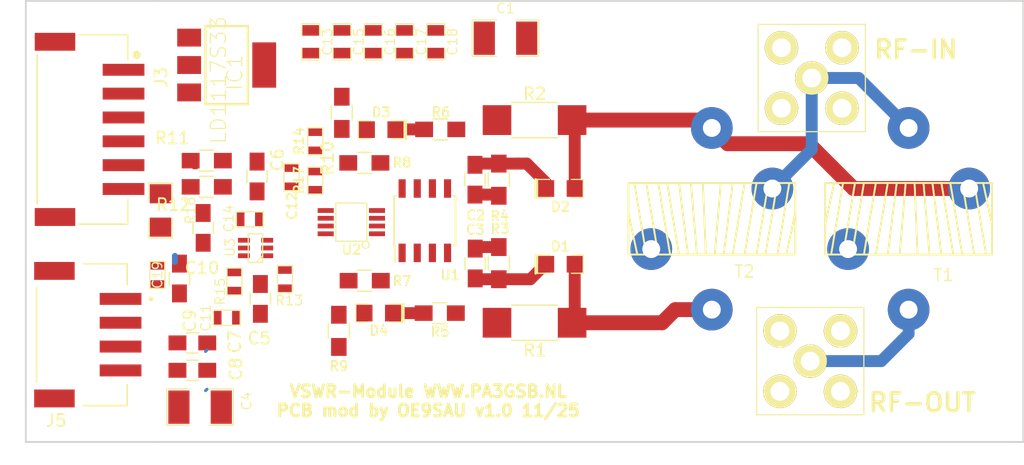
<source format=kicad_pcb>
(kicad_pcb (version 20241229) (generator "pcbnew") (generator_version "9.0")
  (layers (0 "F.Cu" signal) (2 "B.Cu" signal) (13 "F.Paste" user) (15 "B.Paste" user) (5 "F.SilkS" user "F.Silkscreen") (7 "B.SilkS" user "B.Silkscreen") (1 "F.Mask" user) (3 "B.Mask" user) (25 "Edge.Cuts" user))
  (net 0 "")
  (net 1 "Net-(D1-K)")
  (net 2 "GND")
  (net 3 "Net-(D2-K)")
  (net 4 "+12V")
  (net 5 "+3V3")
  (net 6 "+3.3V")
  (net 7 "Vipa")
  (net 8 "Vtemp")
  (net 9 "+VPA")
  (net 10 "Net-(U2-AIN0)")
  (net 11 "Net-(U2-AIN3)")
  (net 12 "Net-(D1-A)")
  (net 13 "Net-(D2-A)")
  (net 14 "SDA")
  (net 15 "SCL")
  (net 16 "Net-(D3-K)")
  (net 17 "Net-(D3-A)")
  (net 18 "Net-(D4-A)")
  (net 19 "Net-(D4-K)")
  (net 20 "Net-(J1-In)")
  (net 21 "Net-(J2-In)")
  (net 23 "Net-(U3-IN-)")
  (net 24 "CURIN")
  (net 25 "Net-(C13-Pad2)")
  (net 26 "Net-(J4-Pad2)")
  (net 27 "Net-(U3-OUT)")
  (footprint "HERMESLITE:SMD-1210" (layer "F.Cu") (at 121.542 65.35)
    (property "Reference" "C1" (at 0 -2.5 0) (layer "F.SilkS") (effects (font (size 0.8 0.8) (thickness 0.1))))
    (property "Value" "100uF" (hide yes))
    (pad "1" smd rect (at -1.778 0) (size 1.778 2.794) (layers "F.Cu" "F.Mask" "F.Paste") (net 5 "+3V3"))
    (pad "2" smd rect (at 1.778 0) (size 1.778 2.794) (layers "F.Cu" "F.Mask" "F.Paste") (net 2 "GND"))
  )
  (footprint "Capacitors_SMD:C_0805_HandSoldering" (layer "F.Cu") (at 118.98 77.22 90)
    (property "Reference" "C2" (at -2.99 0.07 180) (layer "F.SilkS") (effects (font (size 0.8 0.8))))
    (property "Value" "10nF")
    (pad "1" smd rect (at -1.25 0 90) (size 1.5 1.25) (layers "F.Cu" "F.Mask" "F.Paste") (net 5 "+3V3"))
    (pad "2" smd rect (at 1.25 0 90) (size 1.5 1.25) (layers "F.Cu" "F.Mask" "F.Paste") (net 2 "GND"))
  )
  (footprint "Capacitors_SMD:C_0805_HandSoldering" (layer "F.Cu") (at 119 84.25 90)
    (property "Reference" "C3" (at 2.83 0.01 180) (layer "F.SilkS") (effects (font (size 0.8 0.8))))
    (property "Value" "100nF")
    (pad "1" smd rect (at -1.25 0 90) (size 1.5 1.25) (layers "F.Cu" "F.Mask" "F.Paste") (net 5 "+3V3"))
    (pad "2" smd rect (at 1.25 0 90) (size 1.5 1.25) (layers "F.Cu" "F.Mask" "F.Paste") (net 2 "GND"))
  )
  (footprint "HERMESLITE:SMD-1210" (layer "F.Cu") (at 95.922 96.3 180)
    (property "Reference" "C4" (at -3.9 0.51 90) (layer "F.SilkS") (effects (font (size 0.8 0.8) (thickness 0.1))))
    (property "Value" "100nF" (hide yes))
    (pad "1" smd rect (at -1.778 0 180) (size 1.778 2.794) (layers "F.Cu" "F.Mask" "F.Paste") (net 1 "Net-(D1-K)"))
    (pad "2" smd rect (at 1.778 0 180) (size 1.778 2.794) (layers "F.Cu" "F.Mask" "F.Paste") (net 2 "GND"))
  )
  (footprint "Capacitors_SMD:C_0805_HandSoldering" (layer "F.Cu") (at 100.98 87.22 -90)
    (property "Reference" "C5" (at 3.3 0.1 0) (layer "F.SilkS"))
    (property "Value" "100nF")
    (pad "1" smd rect (at -1.25 0 270) (size 1.5 1.25) (layers "F.Cu" "F.Mask" "F.Paste") (net 2 "GND"))
    (pad "2" smd rect (at 1.25 0 270) (size 1.5 1.25) (layers "F.Cu" "F.Mask" "F.Paste") (net 3 "Net-(D2-K)"))
  )
  (footprint "Capacitors_SMD:C_0805_HandSoldering" (layer "F.Cu") (at 100.7 76.95 -90)
    (property "Reference" "C6" (at -1.4 -1.7 90) (layer "F.SilkS"))
    (property "Value" "100nF")
    (pad "1" smd rect (at -1.25 0 270) (size 1.5 1.25) (layers "F.Cu" "F.Mask" "F.Paste") (net 4 "+12V"))
    (pad "2" smd rect (at 1.25 0 270) (size 1.5 1.25) (layers "F.Cu" "F.Mask" "F.Paste") (net 2 "GND"))
  )
  (footprint "Capacitors_SMD:C_0805_HandSoldering" (layer "F.Cu") (at 95.272 90.91 180)
    (property "Reference" "C7" (at -3.55 0.1 90) (layer "F.SilkS"))
    (property "Value" "100nF")
    (pad "1" smd rect (at -1.25 0 180) (size 1.5 1.25) (layers "F.Cu" "F.Mask" "F.Paste") (net 2 "GND"))
    (pad "2" smd rect (at 1.25 0 180) (size 1.5 1.25) (layers "F.Cu" "F.Mask" "F.Paste") (net 4 "+12V"))
  )
  (footprint "Capacitors_SMD:C_0805_HandSoldering" (layer "F.Cu") (at 95.272 93.21 180)
    (property "Reference" "C8" (at -3.65 0.1 90) (layer "F.SilkS"))
    (property "Value" "10nF")
    (pad "1" smd rect (at -1.25 0 180) (size 1.5 1.25) (layers "F.Cu" "F.Mask" "F.Paste") (net 10 "Net-(U2-AIN0)"))
    (pad "2" smd rect (at 1.25 0 180) (size 1.5 1.25) (layers "F.Cu" "F.Mask" "F.Paste") (net 2 "GND"))
  )
  (footprint "Capacitors_SMD:C_0805_HandSoldering" (layer "F.Cu") (at 94.19 85.51 90)
    (property "Reference" "C9" (at -3.55 0.87 90) (layer "F.SilkS"))
    (property "Value" "10nF")
    (pad "1" smd rect (at -1.25 0 90) (size 1.5 1.25) (layers "F.Cu" "F.Mask" "F.Paste") (net 2 "GND"))
    (pad "2" smd rect (at 1.25 0 90) (size 1.5 1.25) (layers "F.Cu" "F.Mask" "F.Paste") (net 11 "Net-(U2-AIN3)"))
  )
  (footprint "Capacitors_SMD:C_0805_HandSoldering" (layer "F.Cu") (at 96.178 81.262 90)
    (property "Reference" "C10" (at -3.358 -0.098 0) (layer "F.SilkS"))
    (property "Value" "100nF")
    (pad "1" smd rect (at -1.25 0 90) (size 1.5 1.25) (layers "F.Cu" "F.Mask" "F.Paste") (net 2 "GND"))
    (pad "2" smd rect (at 1.25 0 90) (size 1.5 1.25) (layers "F.Cu" "F.Mask" "F.Paste") (net 5 "+3V3"))
  )
  (footprint "HERMESLITE:1N5711WS" (layer "F.Cu") (at 126.15 84.31 180)
    (property "Reference" "D1" (at 0 1.49 0) (layer "F.SilkS") (effects (font (size 0.8 0.8) (thickness 0.15) (bold yes))))
    (property "Value" "1N5711" (hide yes))
    (pad "1" smd rect (at -1.2 0 180) (size 1.35 1.397) (layers "F.Cu" "F.Mask" "F.Paste") (net 12 "Net-(D1-A)"))
    (pad "2" smd rect (at 1.2 0 180) (size 1.35 1.397) (layers "F.Cu" "F.Mask" "F.Paste") (net 1 "Net-(D1-K)"))
  )
  (footprint "HERMESLITE:1N5711WS" (layer "F.Cu") (at 126.15 77.96 180)
    (property "Reference" "D2" (at 0 -1.53 0) (layer "F.SilkS") (effects (font (size 0.8 0.8) (thickness 0.15) (bold yes))))
    (property "Value" "1N5711" (hide yes))
    (pad "1" smd rect (at -1.2 0 180) (size 1.35 1.397) (layers "F.Cu" "F.Mask" "F.Paste") (net 13 "Net-(D2-A)"))
    (pad "2" smd rect (at 1.2 0 180) (size 1.35 1.397) (layers "F.Cu" "F.Mask" "F.Paste") (net 3 "Net-(D2-K)"))
  )
  (footprint "HERMESLITE:1N5711WS" (layer "F.Cu") (at 111.11 73.02)
    (property "Reference" "D3" (at 0 -1.45 0) (layer "F.SilkS") (effects (font (size 0.8 0.8) (thickness 0.15) (bold yes))))
    (property "Value" "1N5711" (hide yes))
    (pad "1" smd rect (at -1.2 0) (size 1.35 1.397) (layers "F.Cu" "F.Mask" "F.Paste") (net 17 "Net-(D3-A)"))
    (pad "2" smd rect (at 1.2 0) (size 1.35 1.397) (layers "F.Cu" "F.Mask" "F.Paste") (net 16 "Net-(D3-K)"))
  )
  (footprint "HERMESLITE:1N5711WS" (layer "F.Cu") (at 110.91 88.41)
    (property "Reference" "D4" (at 0.01 1.47 0) (layer "F.SilkS") (effects (font (size 0.8 0.8) (thickness 0.15) (bold yes))))
    (property "Value" "1N5711" (hide yes))
    (pad "1" smd rect (at -1.2 0) (size 1.35 1.397) (layers "F.Cu" "F.Mask" "F.Paste") (net 18 "Net-(D4-A)"))
    (pad "2" smd rect (at 1.2 0) (size 1.35 1.397) (layers "F.Cu" "F.Mask" "F.Paste") (net 19 "Net-(D4-K)"))
  )
  (footprint "HERMESLITE:SMAVERT" (layer "F.Cu") (at 147.105 92.438 -90)
    (property "Reference" "J1" (hide yes))
    (property "Value" "DNI")
    (pad "1" thru_hole circle (at 0 0 270) (size 2.8 2.8) (drill 1.57) (layers "*.Cu" "*.Mask" "F.SilkS") (net 20 "Net-(J1-In)"))
    (pad "2" thru_hole circle (at -2.54 -2.54 270) (size 2.8 2.8) (drill 1.57) (layers "*.Cu" "*.Mask" "F.SilkS") (net 2 "GND"))
    (pad "2" thru_hole circle (at -2.54 2.54 270) (size 2.8 2.8) (drill 1.57) (layers "*.Cu" "*.Mask" "F.SilkS") (net 2 "GND"))
    (pad "2" thru_hole circle (at 2.54 -2.54 270) (size 2.8 2.8) (drill 1.57) (layers "*.Cu" "*.Mask" "F.SilkS") (net 2 "GND"))
    (pad "2" thru_hole circle (at 2.54 2.54 270) (size 2.8 2.8) (drill 1.57) (layers "*.Cu" "*.Mask" "F.SilkS") (net 2 "GND"))
  )
  (footprint "HERMESLITE:SMAVERT" (layer "F.Cu") (at 147.232 68.689 180)
    (property "Reference" "J2" (hide yes))
    (property "Value" "DNI")
    (pad "1" thru_hole circle (at 0 0 180) (size 2.8 2.8) (drill 1.57) (layers "*.Cu" "*.Mask" "F.SilkS") (net 21 "Net-(J2-In)"))
    (pad "2" thru_hole circle (at -2.54 -2.54 180) (size 2.8 2.8) (drill 1.57) (layers "*.Cu" "*.Mask" "F.SilkS") (net 2 "GND"))
    (pad "2" thru_hole circle (at -2.54 2.54 180) (size 2.8 2.8) (drill 1.57) (layers "*.Cu" "*.Mask" "F.SilkS") (net 2 "GND"))
    (pad "2" thru_hole circle (at 2.54 -2.54 180) (size 2.8 2.8) (drill 1.57) (layers "*.Cu" "*.Mask" "F.SilkS") (net 2 "GND"))
    (pad "2" thru_hole circle (at 2.54 2.54 180) (size 2.8 2.8) (drill 1.57) (layers "*.Cu" "*.Mask" "F.SilkS") (net 2 "GND"))
  )
  (footprint "Resistors_SMD:R_2010_HandSoldering" (layer "F.Cu") (at 123.98 89.22)
    (property "Reference" "R1" (at 0.04 2.3 0) (layer "F.SilkS"))
    (property "Value" "51.1")
    (pad "1" smd rect (at -3.15 0) (size 2.4 2.5) (layers "F.Cu" "F.Mask" "F.Paste") (net 2 "GND"))
    (pad "2" smd rect (at 3.15 0) (size 2.4 2.5) (layers "F.Cu" "F.Mask" "F.Paste") (net 12 "Net-(D1-A)"))
  )
  (footprint "Resistors_SMD:R_2010_HandSoldering" (layer "F.Cu") (at 123.98 72.22 180)
    (property "Reference" "R2" (at -0.01 2.21 0) (layer "F.SilkS"))
    (property "Value" "51.1")
    (pad "1" smd rect (at -3.15 0 180) (size 2.4 2.5) (layers "F.Cu" "F.Mask" "F.Paste") (net 13 "Net-(D2-A)"))
    (pad "2" smd rect (at 3.15 0 180) (size 2.4 2.5) (layers "F.Cu" "F.Mask" "F.Paste") (net 2 "GND"))
  )
  (footprint "Resistors_SMD:R_0805_HandSoldering" (layer "F.Cu") (at 120.98 84.22 90)
    (property "Reference" "R3" (at 2.88 0.1 0) (layer "F.SilkS") (effects (font (size 0.8 0.8))))
    (property "Value" "100K")
    (pad "1" smd rect (at -1.35 0 90) (size 1.5 1.3) (layers "F.Cu" "F.Mask" "F.Paste") (net 1 "Net-(D1-K)"))
    (pad "2" smd rect (at 1.35 0 90) (size 1.5 1.3) (layers "F.Cu" "F.Mask" "F.Paste") (net 2 "GND"))
  )
  (footprint "Resistors_SMD:R_0805_HandSoldering" (layer "F.Cu") (at 120.98 77.22 90)
    (property "Reference" "R4" (at -3.04 0.08 0) (layer "F.SilkS") (effects (font (size 0.8 0.8))))
    (property "Value" "100K")
    (pad "1" smd rect (at -1.35 0 90) (size 1.5 1.3) (layers "F.Cu" "F.Mask" "F.Paste") (net 2 "GND"))
    (pad "2" smd rect (at 1.35 0 90) (size 1.5 1.3) (layers "F.Cu" "F.Mask" "F.Paste") (net 3 "Net-(D2-K)"))
  )
  (footprint "Resistors_SMD:R_0805_HandSoldering" (layer "F.Cu") (at 116.025 88.413 180)
    (property "Reference" "R5" (at -0.025 -1.557 0) (layer "F.SilkS") (effects (font (size 0.8 0.8))))
    (property "Value" "220K")
    (pad "1" smd rect (at -1.35 0 180) (size 1.5 1.3) (layers "F.Cu" "F.Mask" "F.Paste") (net 2 "GND"))
    (pad "2" smd rect (at 1.35 0 180) (size 1.5 1.3) (layers "F.Cu" "F.Mask" "F.Paste") (net 19 "Net-(D4-K)"))
  )
  (footprint "Resistors_SMD:R_0805_HandSoldering" (layer "F.Cu") (at 116.065 73 180)
    (property "Reference" "R6" (at -0.055 1.43 0) (layer "F.SilkS") (effects (font (size 0.8 0.8))))
    (property "Value" "220K")
    (pad "1" smd rect (at -1.35 0 180) (size 1.5 1.3) (layers "F.Cu" "F.Mask" "F.Paste") (net 2 "GND"))
    (pad "2" smd rect (at 1.35 0 180) (size 1.5 1.3) (layers "F.Cu" "F.Mask" "F.Paste") (net 16 "Net-(D3-K)"))
  )
  (footprint "Resistors_SMD:R_0805_HandSoldering" (layer "F.Cu") (at 109.73 85.69)
    (property "Reference" "R7" (at 3.13 0.03 180) (layer "F.SilkS") (effects (font (size 0.8 0.8))))
    (property "Value" "1K")
    (pad "1" smd rect (at -1.35 0) (size 1.5 1.3) (layers "F.Cu" "F.Mask" "F.Paste") (net 10 "Net-(U2-AIN0)"))
    (pad "2" smd rect (at 1.35 0) (size 1.5 1.3) (layers "F.Cu" "F.Mask" "F.Paste") (net 18 "Net-(D4-A)"))
  )
  (footprint "Resistors_SMD:R_0805_HandSoldering" (layer "F.Cu") (at 109.7 75.81)
    (property "Reference" "R8" (at 3.16 -0.03 0) (layer "F.SilkS") (effects (font (size 0.8 0.8))))
    (property "Value" "1K")
    (pad "1" smd rect (at -1.35 0) (size 1.5 1.3) (layers "F.Cu" "F.Mask" "F.Paste") (net 11 "Net-(U2-AIN3)"))
    (pad "2" smd rect (at 1.35 0) (size 1.5 1.3) (layers "F.Cu" "F.Mask" "F.Paste") (net 17 "Net-(D3-A)"))
  )
  (footprint "Resistors_SMD:R_0805_HandSoldering" (layer "F.Cu") (at 107.56 89.9 -90)
    (property "Reference" "R9" (at 2.96 0 0) (layer "F.SilkS") (effects (font (size 0.8 0.8))))
    (property "Value" "1K8")
    (pad "1" smd rect (at -1.35 0 270) (size 1.5 1.3) (layers "F.Cu" "F.Mask" "F.Paste") (net 10 "Net-(U2-AIN0)"))
    (pad "2" smd rect (at 1.35 0 270) (size 1.5 1.3) (layers "F.Cu" "F.Mask" "F.Paste") (net 2 "GND"))
  )
  (footprint "Resistors_SMD:R_0805_HandSoldering" (layer "F.Cu") (at 107.81 71.61 90)
    (property "Reference" "R10" (at -3.8 -1.2 90) (layer "F.SilkS"))
    (property "Value" "1K8")
    (pad "1" smd rect (at -1.35 0 90) (size 1.5 1.3) (layers "F.Cu" "F.Mask" "F.Paste") (net 2 "GND"))
    (pad "2" smd rect (at 1.35 0 90) (size 1.5 1.3) (layers "F.Cu" "F.Mask" "F.Paste") (net 11 "Net-(U2-AIN3)"))
  )
  (footprint "Resistors_SMD:R_0805_HandSoldering" (layer "F.Cu") (at 96.48 75.62)
    (property "Reference" "R11" (at -2.9 -1.9 0) (layer "F.SilkS"))
    (property "Value" "DNI")
    (pad "1" smd rect (at -1.35 0) (size 1.5 1.3) (layers "F.Cu" "F.Mask" "F.Paste") (net 5 "+3V3"))
    (pad "2" smd rect (at 1.35 0) (size 1.5 1.3) (layers "F.Cu" "F.Mask" "F.Paste") (net 15 "SCL"))
  )
  (footprint "Resistors_SMD:R_0805_HandSoldering" (layer "F.Cu") (at 96.48 77.82)
    (property "Reference" "R12" (at -2.8 1.5 0) (layer "F.SilkS"))
    (property "Value" "DNI")
    (pad "1" smd rect (at -1.35 0) (size 1.5 1.3) (layers "F.Cu" "F.Mask" "F.Paste") (net 5 "+3V3"))
    (pad "2" smd rect (at 1.35 0) (size 1.5 1.3) (layers "F.Cu" "F.Mask" "F.Paste") (net 14 "SDA"))
  )
  (footprint "Housings_SOIC:SOIC-8_3.9x4.9mm_Pitch1.27mm" (layer "F.Cu") (at 114.775 80.66 90)
    (property "Reference" "U1" (at -4.56 2.125 180) (layer "F.SilkS") (effects (font (size 0.8 0.8))))
    (property "Value" "LMC6482")
    (pad "1" smd rect (at -2.7 -1.905 90) (size 1.55 0.6) (layers "F.Cu" "F.Mask" "F.Paste") (net 18 "Net-(D4-A)"))
    (pad "2" smd rect (at -2.7 -0.635 90) (size 1.55 0.6) (layers "F.Cu" "F.Mask" "F.Paste") (net 19 "Net-(D4-K)"))
    (pad "3" smd rect (at -2.7 0.635 90) (size 1.55 0.6) (layers "F.Cu" "F.Mask" "F.Paste") (net 1 "Net-(D1-K)"))
    (pad "4" smd rect (at -2.7 1.905 90) (size 1.55 0.6) (layers "F.Cu" "F.Mask" "F.Paste") (net 2 "GND"))
    (pad "5" smd rect (at 2.7 1.905 90) (size 1.55 0.6) (layers "F.Cu" "F.Mask" "F.Paste") (net 3 "Net-(D2-K)"))
    (pad "6" smd rect (at 2.7 0.635 90) (size 1.55 0.6) (layers "F.Cu" "F.Mask" "F.Paste") (net 16 "Net-(D3-K)"))
    (pad "7" smd rect (at 2.7 -0.635 90) (size 1.55 0.6) (layers "F.Cu" "F.Mask" "F.Paste") (net 17 "Net-(D3-A)"))
    (pad "8" smd rect (at 2.7 -1.905 90) (size 1.55 0.6) (layers "F.Cu" "F.Mask" "F.Paste") (net 4 "+12V"))
  )
  (footprint "HERMESLITE:PE4259" (layer "F.Cu") (at 101.55 83.6 90)
    (property "Reference" "U3" (at 0.7 -3.11 270) (layer "F.SilkS") (effects (font (size 0.8 0.8) (thickness 0.1))))
    (property "Value" "INA199A1DC")
    (pad "1" smd rect (at 0 0 90) (size 0.4 1) (layers "F.Cu" "F.Mask" "F.Paste") (net 2 "GND"))
    (pad "2" smd rect (at 0.65 0 90) (size 0.4 1) (layers "F.Cu" "F.Mask" "F.Paste") (net 2 "GND"))
    (pad "3" smd rect (at 1.3 0 90) (size 0.4 1) (layers "F.Cu" "F.Mask" "F.Paste") (net 9 "+VPA"))
    (pad "4" smd rect (at 1.3 -1.95 90) (size 0.4 1) (layers "F.Cu" "F.Mask" "F.Paste") (net 9 "+VPA"))
    (pad "5" smd rect (at 0.65 -1.95 90) (size 0.4 1) (layers "F.Cu" "F.Mask" "F.Paste") (net 23 "Net-(U3-IN-)"))
    (pad "6" smd rect (at 0 -1.95 90) (size 0.4 1) (layers "F.Cu" "F.Mask" "F.Paste") (net 27 "Net-(U3-OUT)"))
  )
  (footprint "VSWR:T50-43_V_THT" (layer "F.Cu") (at 155.36 80.5)
    (property "Reference" "T1" (at 2.92 4.72 0) (layer "F.SilkS") (effects (font (thickness 0.125))))
    (property "Value" "FT50-43")
    (pad "1" thru_hole circle (at 0 -7.62) (size 3.5 3.5) (drill 1.5) (layers "*.Cu" "*.Mask") (net 21 "Net-(J2-In)"))
    (pad "2" thru_hole circle (at 0 7.62) (size 3.5 3.5) (drill 1.5) (layers "*.Cu" "*.Mask") (net 20 "Net-(J1-In)"))
    (pad "3" thru_hole circle (at -5.08 2.54) (size 3.5 3.5) (drill 1.5) (layers "*.Cu" "*.Mask") (net 2 "GND"))
    (pad "4" thru_hole circle (at 5.08 -2.54) (size 3.5 3.5) (drill 1.5) (layers "*.Cu" "*.Mask") (net 13 "Net-(D2-A)"))
  )
  (footprint "VSWR:T50-43_V_THT" (layer "F.Cu") (at 138.85 80.5 180)
    (property "Reference" "T2" (at -2.73 -4.42 0) (layer "F.SilkS") (effects (font (thickness 0.125))))
    (property "Value" "FT50-43")
    (pad "1" thru_hole circle (at 0 -7.62 180) (size 3.5 3.5) (drill 1.5) (layers "*.Cu" "*.Mask") (net 12 "Net-(D1-A)"))
    (pad "2" thru_hole circle (at 0 7.62 180) (size 3.5 3.5) (drill 1.5) (layers "*.Cu" "*.Mask") (net 13 "Net-(D2-A)"))
    (pad "3" thru_hole circle (at -5.08 2.54 180) (size 3.5 3.5) (drill 1.5) (layers "*.Cu" "*.Mask") (net 21 "Net-(J2-In)"))
    (pad "4" thru_hole circle (at 5.08 -2.54 180) (size 3.5 3.5) (drill 1.5) (layers "*.Cu" "*.Mask") (net 2 "GND"))
  )
  (footprint "HERMESLITE:SMD-0805" (layer "F.Cu") (at 107.824 65.6475 90)
    (property "Reference" "C15" (at 0 1.4 90) (layer "F.SilkS") (effects (font (size 0.8 0.8) (thickness 0.1))))
    (property "Value" "1uF" (hide yes))
    (pad "1" smd rect (at -0.9525 0 90) (size 0.889 1.397) (layers "F.Cu" "F.Mask" "F.Paste") (net 23 "Net-(U3-IN-)"))
    (pad "2" smd rect (at 0.9525 0 90) (size 0.889 1.397) (layers "F.Cu" "F.Mask" "F.Paste") (net 25 "Net-(C13-Pad2)"))
  )
  (footprint "S4B-PH-SM4-TB:JST_S4B-PH-SM4-TB" (layer "F.Cu") (at 86.5 90.22 -90)
    (property "Reference" "J5" (at 7.2 2.65 180) (layer "F.SilkS"))
    (property "Value" "S4B-PH-SM4-TB")
    (pad "1" smd rect (at -3 -2.75 270) (size 1 3.5) (layers "F.Cu" "F.Mask" "F.Paste") (net 6 "+3.3V"))
    (pad "2" smd rect (at -1 -2.75 270) (size 1 3.5) (layers "F.Cu" "F.Mask" "F.Paste") (net 26 "Net-(J4-Pad2)"))
    (pad "3" smd rect (at 1 -2.75 270) (size 1 3.5) (layers "F.Cu" "F.Mask" "F.Paste") (net 2 "GND"))
    (pad "4" smd rect (at 3 -2.75 270) (size 1 3.5) (layers "F.Cu" "F.Mask" "F.Paste") (net 2 "GND"))
    (pad "SH1" smd rect (at -5.35 2.8 270) (size 1.5 3.4) (layers "F.Cu" "F.Mask" "F.Paste"))
    (pad "SH2" smd rect (at 5.35 2.8 270) (size 1.5 3.4) (layers "F.Cu" "F.Mask" "F.Paste"))
  )
  (footprint "HERMESLITE:SMD-0603" (layer "F.Cu") (at 100.088 80.54 180)
    (property "Reference" "C14" (at 1.758 0.06 90) (layer "F.SilkS") (effects (font (size 0.8 0.8) (thickness 0.1))))
    (property "Value" "0.1uF" (hide yes))
    (pad "1" smd rect (at -0.762 0 180) (size 0.635 1.143) (layers "F.Cu" "F.Mask" "F.Paste") (net 9 "+VPA"))
    (pad "2" smd rect (at 0.762 0 180) (size 0.635 1.143) (layers "F.Cu" "F.Mask" "F.Paste") (net 2 "GND"))
  )
  (footprint "HERMESLITE:MAX11613" (layer "F.Cu") (at 108.61 80.78 90)
    (property "Reference" "U2" (at -2.3 0.02 0) (layer "F.SilkS") (effects (font (size 0.8 0.8) (thickness 0.15) (bold yes))))
    (property "Value" "MAX11613")
    (pad "1" smd rect (at -0.975 2.15 90) (size 0.4 1.35) (layers "F.Cu" "F.Mask" "F.Paste") (net 10 "Net-(U2-AIN0)"))
    (pad "2" smd rect (at -0.325 2.15 90) (size 0.4 1.35) (layers "F.Cu" "F.Mask" "F.Paste") (net 8 "Vtemp"))
    (pad "3" smd rect (at 0.325 2.15 90) (size 0.4 1.35) (layers "F.Cu" "F.Mask" "F.Paste") (net 7 "Vipa"))
    (pad "4" smd rect (at 0.975 2.15 90) (size 0.4 1.35) (layers "F.Cu" "F.Mask" "F.Paste") (net 11 "Net-(U2-AIN3)"))
    (pad "5" smd rect (at 0.975 -2.15 90) (size 0.4 1.35) (layers "F.Cu" "F.Mask" "F.Paste") (net 15 "SCL"))
    (pad "6" smd rect (at 0.325 -2.15 90) (size 0.4 1.35) (layers "F.Cu" "F.Mask" "F.Paste") (net 14 "SDA"))
    (pad "7" smd rect (at -0.325 -2.15 90) (size 0.4 1.35) (layers "F.Cu" "F.Mask" "F.Paste") (net 2 "GND"))
    (pad "8" smd rect (at -0.975 -2.15 90) (size 0.4 1.35) (layers "F.Cu" "F.Mask" "F.Paste") (net 5 "+3V3"))
  )
  (footprint "HERMESLITE:SMD-1206" (layer "F.Cu") (at 92.6 79.8 -90)
    (property "Reference" "R16" (at 0 -2.5 90) (layer "F.SilkS") (effects (font (size 0.8 0.8) (thickness 0.1))))
    (property "Value" "0.04" (hide yes))
    (pad "1" smd rect (at -1.4 0 270) (size 1.6 1.8) (layers "F.Cu" "F.Mask" "F.Paste") (net 9 "+VPA"))
    (pad "2" smd rect (at 1.4 0 270) (size 1.6 1.8) (layers "F.Cu" "F.Mask" "F.Paste") (net 23 "Net-(U3-IN-)"))
  )
  (footprint "HERMESLITE:SMD-0805" (layer "F.Cu") (at 110.448 65.6475 90)
    (property "Reference" "C16" (at 0 1.4 90) (layer "F.SilkS") (effects (font (size 0.8 0.8) (thickness 0.1))))
    (property "Value" "1uF" (hide yes))
    (pad "1" smd rect (at -0.9525 0 90) (size 0.889 1.397) (layers "F.Cu" "F.Mask" "F.Paste") (net 23 "Net-(U3-IN-)"))
    (pad "2" smd rect (at 0.9525 0 90) (size 0.889 1.397) (layers "F.Cu" "F.Mask" "F.Paste") (net 25 "Net-(C13-Pad2)"))
  )
  (footprint "HERMESLITE:SMD-0603" (layer "F.Cu") (at 105.58 77.3 -90)
    (property "Reference" "R17" (at -0.04 1.37 90) (layer "F.SilkS") (effects (font (size 0.8 0.8) (thickness 0.15) (bold yes))))
    (property "Value" "JNC" (hide yes))
    (pad "1" smd rect (at -0.762 0 270) (size 0.635 1.143) (layers "F.Cu" "F.Mask" "F.Paste") (net 8 "Vtemp"))
    (pad "2" smd rect (at 0.762 0 270) (size 0.635 1.143) (layers "F.Cu" "F.Mask" "F.Paste") (net 26 "Net-(J4-Pad2)"))
  )
  (footprint "HERMESLITE:SMD-0805" (layer "F.Cu") (at 113.072 65.6475 90)
    (property "Reference" "C17" (at 0 1.4 90) (layer "F.SilkS") (effects (font (size 0.8 0.8) (thickness 0.1))))
    (property "Value" "1uF" (hide yes))
    (pad "1" smd rect (at -0.9525 0 90) (size 0.889 1.397) (layers "F.Cu" "F.Mask" "F.Paste") (net 23 "Net-(U3-IN-)"))
    (pad "2" smd rect (at 0.9525 0 90) (size 0.889 1.397) (layers "F.Cu" "F.Mask" "F.Paste") (net 25 "Net-(C13-Pad2)"))
  )
  (footprint "HERMESLITE:SMD-0603" (layer "F.Cu") (at 105.58 73.996 -90)
    (property "Reference" "R14" (at -0.028 1.37 90) (layer "F.SilkS") (effects (font (size 0.8 0.8) (thickness 0.15) (bold yes))))
    (property "Value" "1K" (hide yes))
    (pad "1" smd rect (at -0.762 0 270) (size 0.635 1.143) (layers "F.Cu" "F.Mask" "F.Paste") (net 2 "GND"))
    (pad "2" smd rect (at 0.762 0 270) (size 0.635 1.143) (layers "F.Cu" "F.Mask" "F.Paste") (net 8 "Vtemp"))
  )
  (footprint "Radioberry:V-REG_SOT223" (layer "F.Cu") (at 98.1504 67.6 -90)
    (property "Reference" "IC1" (at 0.635 -0.6858 90) (layer "F.SilkS") (effects (font (size 1.27 1.27) (thickness 0.1016))))
    (property "Value" "LD1117S33" (at 1.27 0.6858 90) (layer "F.SilkS") (effects (font (size 1.27 1.27) (thickness 0.1016))))
    (pad "1" smd rect (at -2.2987 3.1496 270) (size 1.4986 1.99898) (layers "F.Cu" "F.Mask" "F.Paste") (net 2 "GND"))
    (pad "2" smd rect (at 0 3.1496 270) (size 1.4986 1.99898) (layers "F.Cu" "F.Mask" "F.Paste"))
    (pad "3" smd rect (at 2.2987 3.1496 270) (size 1.4986 1.99898) (layers "F.Cu" "F.Mask" "F.Paste") (net 4 "+12V"))
    (pad "4" smd rect (at 0 -3.1496 270) (size 3.79984 1.99898) (layers "F.Cu" "F.Mask" "F.Paste") (net 5 "+3V3"))
  )
  (footprint "HERMESLITE:SMD-0603" (layer "F.Cu") (at 98.8 85.762 90)
    (property "Reference" "R15" (at -0.838 -1.2 90) (layer "F.SilkS") (effects (font (size 0.8 0.8) (thickness 0.1))))
    (property "Value" "270" (hide yes))
    (pad "1" smd rect (at -0.762 0 90) (size 0.635 1.143) (layers "F.Cu" "F.Mask" "F.Paste") (net 7 "Vipa"))
    (pad "2" smd rect (at 0.762 0 90) (size 0.635 1.143) (layers "F.Cu" "F.Mask" "F.Paste") (net 27 "Net-(U3-OUT)"))
  )
  (footprint "HERMESLITE:SMD-0603" (layer "F.Cu") (at 92.34 85.21 90)
    (property "Reference" "C19" (at 0 0 90) (layer "F.SilkS") (effects (font (size 0.8 0.8) (thickness 0.1))))
    (property "Value" "0.1uF" (hide yes))
    (pad "1" smd rect (at -0.762 0 90) (size 0.635 1.143) (layers "F.Cu" "F.Mask" "F.Paste") (net 6 "+3.3V"))
    (pad "2" smd rect (at 0.762 0 90) (size 0.635 1.143) (layers "F.Cu" "F.Mask" "F.Paste") (net 2 "GND"))
  )
  (footprint "HERMESLITE:SMD-0805" (layer "F.Cu") (at 105.2 65.6475 90)
    (property "Reference" "C13" (at 0 1.4 90) (layer "F.SilkS") (effects (font (size 0.8 0.8) (thickness 0.1))))
    (property "Value" "1uF" (hide yes))
    (pad "1" smd rect (at -0.9525 0 90) (size 0.889 1.397) (layers "F.Cu" "F.Mask" "F.Paste") (net 23 "Net-(U3-IN-)"))
    (pad "2" smd rect (at 0.9525 0 90) (size 0.889 1.397) (layers "F.Cu" "F.Mask" "F.Paste") (net 25 "Net-(C13-Pad2)"))
  )
  (footprint "HERMESLITE:SMD-0603" (layer "F.Cu") (at 98.162 88.8 180)
    (property "Reference" "C11" (at 1.762 0 90) (layer "F.SilkS") (effects (font (size 0.8 0.8) (thickness 0.1))))
    (property "Value" "4.7nF" (hide yes))
    (pad "1" smd rect (at -0.762 0 180) (size 0.635 1.143) (layers "F.Cu" "F.Mask" "F.Paste") (net 7 "Vipa"))
    (pad "2" smd rect (at 0.762 0 180) (size 0.635 1.143) (layers "F.Cu" "F.Mask" "F.Paste") (net 2 "GND"))
  )
  (footprint "HERMESLITE:SMD-0603" (layer "F.Cu") (at 103.04 85.562 90)
    (property "Reference" "R13" (at -1.788 0.37 180) (layer "F.SilkS") (effects (font (size 0.8 0.8) (thickness 0.1))))
    (property "Value" "1K" (hide yes))
    (pad "1" smd rect (at -0.762 0 90) (size 0.635 1.143) (layers "F.Cu" "F.Mask" "F.Paste") (net 2 "GND"))
    (pad "2" smd rect (at 0.762 0 90) (size 0.635 1.143) (layers "F.Cu" "F.Mask" "F.Paste") (net 7 "Vipa"))
  )
  (footprint "HERMESLITE:SMD-0603" (layer "F.Cu") (at 103.59 77.01 -90)
    (property "Reference" "C12" (at 2.412 -0.04 90) (layer "F.SilkS") (effects (font (size 0.8 0.8) (thickness 0.15) (bold yes))))
    (property "Value" "4.7nF" (hide yes))
    (pad "1" smd rect (at -0.762 0 270) (size 0.635 1.143) (layers "F.Cu" "F.Mask" "F.Paste") (net 8 "Vtemp"))
    (pad "2" smd rect (at 0.762 0 270) (size 0.635 1.143) (layers "F.Cu" "F.Mask" "F.Paste") (net 2 "GND"))
  )
  (footprint "HERMESLITE:SMD-0805" (layer "F.Cu") (at 115.696 65.6475 90)
    (property "Reference" "C18" (at 0 1.4 90) (layer "F.SilkS") (effects (font (size 0.8 0.8) (thickness 0.1))))
    (property "Value" "22uF" (hide yes))
    (pad "1" smd rect (at -0.9525 0 90) (size 0.889 1.397) (layers "F.Cu" "F.Mask" "F.Paste") (net 23 "Net-(U3-IN-)"))
    (pad "2" smd rect (at 0.9525 0 90) (size 0.889 1.397) (layers "F.Cu" "F.Mask" "F.Paste") (net 25 "Net-(C13-Pad2)"))
  )
  (footprint "S6B-PH-SM4:JST_S6B-PH-SM4-TB_LF__SN_" (layer "F.Cu") (at 89.5 73 -90)
    (property "Reference" "J3" (at -4.378675 -3.139445 90) (layer "F.SilkS") (effects (font (size 1.002386 1.002386))))
    (property "Value" "S6B-PH-SM4-TB_LF__SN_")
    (pad "1" smd rect (at -5 0 270) (size 1 3.5) (layers "F.Cu" "F.Mask" "F.Paste") (net 4 "+12V"))
    (pad "2" smd rect (at -3 0 270) (size 1 3.5) (layers "F.Cu" "F.Mask" "F.Paste") (net 15 "SCL"))
    (pad "3" smd rect (at -1 0 270) (size 1 3.5) (layers "F.Cu" "F.Mask" "F.Paste") (net 14 "SDA"))
    (pad "4" smd rect (at 1 0 270) (size 1 3.5) (layers "F.Cu" "F.Mask" "F.Paste") (net 2 "GND"))
    (pad "5" smd rect (at 3 0 270) (size 1 3.5) (layers "F.Cu" "F.Mask" "F.Paste"))
    (pad "6" smd rect (at 5 0 270) (size 1 3.5) (layers "F.Cu" "F.Mask" "F.Paste") (net 24 "CURIN"))
    (pad "S1" smd rect (at -7.35 5.75 270) (size 1.5 3.4) (layers "F.Cu" "F.Mask" "F.Paste") (net 2 "GND"))
    (pad "S2" smd rect (at 7.35 5.75 270) (size 1.5 3.4) (layers "F.Cu" "F.Mask" "F.Paste") (net 2 "GND"))
  )
  (gr_line (start 91.98 99.22) (end 81.3 99.22) (stroke (width 0.15)) (layer "Edge.Cuts"))
  (gr_line (start 163.98 62.22) (end 91.98 62.22) (stroke (width 0.15)) (layer "Edge.Cuts"))
  (gr_line (start 164.98 62.22) (end 164.98 99.22) (stroke (width 0.15)) (layer "Edge.Cuts"))
  (gr_line (start 163.98 62.22) (end 164.98 62.22) (stroke (width 0.15)) (layer "Edge.Cuts"))
  (gr_line (start 163.98 99.22) (end 164.98 99.22) (stroke (width 0.15)) (layer "Edge.Cuts"))
  (gr_line (start 163.98 99.22) (end 91.98 99.22) (stroke (width 0.15)) (layer "Edge.Cuts"))
  (gr_line (start 91.98 62.22) (end 81.3 62.22) (stroke (width 0.15)) (layer "Edge.Cuts"))
  (gr_line (start 81.3 62.22) (end 81.3 99.22) (stroke (width 0.15)) (layer "Edge.Cuts"))
  (gr_text "VSWR-Module WWW.PA3GSB.NL\nPCB mod by OE9SAU v1.0 11/25" (at 115.06 95.78 0) (layer "F.SilkS") (effects (font (size 1 1) (thickness 0.25))))
  (gr_text "RF-IN" (at 155.97 66.31 0) (layer "F.SilkS") (effects (font (size 1.5 1.5) (thickness 0.3))))
  (gr_text "RF-OUT" (at 156.52 95.92 0) (layer "F.SilkS") (effects (font (size 1.5 1.5) (thickness 0.3))))
  (segment (start 119.08 85.57) (end 118.98 85.47) (width 0.25) (layer "F.Cu") (net 1))
  (segment (start 124.89 84.31) (end 123.63 85.57) (width 1) (layer "F.Cu") (net 1))
  (segment (start 123.63 85.57) (end 120.98 85.57) (width 1) (layer "F.Cu") (net 1))
  (segment (start 124.95 84.31) (end 124.89 84.31) (width 0.25) (layer "F.Cu") (net 1))
  (segment (start 120.98 85.57) (end 119.08 85.57) (width 1) (layer "F.Cu") (net 1))
  (segment (start 118.63 78.04) (end 118.53 77.94) (width 0.25) (layer "F.Cu") (net 2))
  (segment (start 120.88 78.47) (end 120.98 78.57) (width 0.25) (layer "F.Cu") (net 2))
  (segment (start 119.08 82.87) (end 118.98 82.97) (width 0.25) (layer "F.Cu") (net 2))
  (segment (start 101.031 78.531) (end 100.7 78.2) (width 0.25) (layer "F.Cu") (net 2))
  (segment (start 120.98 82.87) (end 120.98 82.72) (width 0.25) (layer "F.Cu") (net 2))
  (segment (start 120.98 82.87) (end 119.08 82.87) (width 1) (layer "F.Cu") (net 2))
  (segment (start 118.98 78.47) (end 120.88 78.47) (width 1) (layer "F.Cu") (net 2))
  (segment (start 118.53 77.94) (end 118.53 77.96) (width 0.25) (layer "F.Cu") (net 2))
  (segment (start 150.28 89.263) (end 149.645 89.898) (width 0.25) (layer "B.Cu") (net 2))
  (segment (start 149.772 82.532) (end 150.28 83.04) (width 0.25) (layer "B.Cu") (net 2))
  (segment (start 96.38 94.92) (end 96.502 94.798) (width 0.25) (layer "B.Cu") (net 2))
  (segment (start 96.38 91.632) (end 96.502 91.51) (width 0.25) (layer "B.Cu") (net 2))
  (segment (start 93.81 84.12) (end 93.81 83.61) (width 0.5) (layer "B.Cu") (net 2))
  (segment (start 124.95 77.49) (end 123.33 75.87) (width 1) (layer "F.Cu") (net 3))
  (segment (start 123.33 75.87) (end 122.62 75.87) (width 1) (layer "F.Cu") (net 3))
  (segment (start 119.08 75.87) (end 118.98 75.97) (width 0.25) (layer "F.Cu") (net 3))
  (segment (start 122.62 75.87) (end 120.98 75.87) (width 1) (layer "F.Cu") (net 3))
  (segment (start 124.95 77.96) (end 124.95 77.49) (width 0.25) (layer "F.Cu") (net 3))
  (segment (start 120.98 75.87) (end 119.08 75.87) (width 1) (layer "F.Cu") (net 3))
  (segment (start 96.178 80.012) (end 96.372 80.012) (width 0.25) (layer "F.Cu") (net 5))
  (segment (start 95.63 76.22) (end 95.38 76.22) (width 0.25) (layer "F.Cu") (net 5))
  (segment (start 135.78 88.12) (end 134.68 89.22) (width 1.25) (layer "F.Cu") (net 12))
  (segment (start 134.68 89.22) (end 127.13 89.22) (width 1.25) (layer "F.Cu") (net 12))
  (segment (start 127.13 84.53) (end 127.35 84.31) (width 0.25) (layer "F.Cu") (net 12))
  (segment (start 127.35 89) (end 127.13 89.22) (width 1) (layer "F.Cu") (net 12))
  (segment (start 138.85 88.12) (end 135.78 88.12) (width 1.25) (layer "F.Cu") (net 12))
  (segment (start 127.35 84.31) (end 127.35 89) (width 1) (layer "F.Cu") (net 12))
  (segment (start 139.99 74.02) (end 138.85 72.88) (width 0.25) (layer "F.Cu") (net 13))
  (segment (start 127.79 72.88) (end 127.13 72.22) (width 0.25) (layer "F.Cu") (net 13))
  (segment (start 127.13 77.74) (end 127.35 77.96) (width 0.25) (layer "F.Cu") (net 13))
  (segment (start 138.19 72.22) (end 138.85 72.88) (width 1.25) (layer "F.Cu") (net 13))
  (segment (start 127.35 72.44) (end 127.13 72.22) (width 1) (layer "F.Cu") (net 13))
  (segment (start 150.74 77.96) (end 146.98 74.2) (width 1.25) (layer "F.Cu") (net 13))
  (segment (start 146.98 74.2) (end 140.17 74.2) (width 1.25) (layer "F.Cu") (net 13))
  (segment (start 140.17 74.2) (end 138.85 72.88) (width 1.25) (layer "F.Cu") (net 13))
  (segment (start 127.13 72.22) (end 138.19 72.22) (width 1.25) (layer "F.Cu") (net 13))
  (segment (start 127.35 77.96) (end 127.35 72.44) (width 1) (layer "F.Cu") (net 13))
  (segment (start 160.44 77.96) (end 160.44 77.68) (width 0.25) (layer "F.Cu") (net 13))
  (segment (start 160.44 77.96) (end 150.74 77.96) (width 1.25) (layer "F.Cu") (net 13))
  (segment (start 114.715 73) (end 112.985 73) (width 1) (layer "F.Cu") (net 16))
  (segment (start 114.448 88.64) (end 114.675 88.413) (width 0.25) (layer "F.Cu") (net 19))
  (segment (start 112.682 88.413) (end 114.675 88.413) (width 1) (layer "F.Cu") (net 19))
  (segment (start 155.36 90.14) (end 153.062 92.438) (width 1) (layer "B.Cu") (net 20))
  (segment (start 153.062 92.438) (end 147.105 92.438) (width 1) (layer "B.Cu") (net 20))
  (segment (start 155.36 88.12) (end 155.36 90.14) (width 1) (layer "B.Cu") (net 20))
  (segment (start 147.232 74.658) (end 143.93 77.96) (width 1) (layer "B.Cu") (net 21))
  (segment (start 151.169 68.689) (end 152.39 69.91) (width 1) (layer "B.Cu") (net 21))
  (segment (start 152.39 69.91) (end 155.36 72.88) (width 1) (layer "B.Cu") (net 21))
  (segment (start 147.232 68.689) (end 151.169 68.689) (width 1) (layer "B.Cu") (net 21))
  (segment (start 147.232 68.689) (end 147.232 74.658) (width 1) (layer "B.Cu") (net 21))
)
</source>
